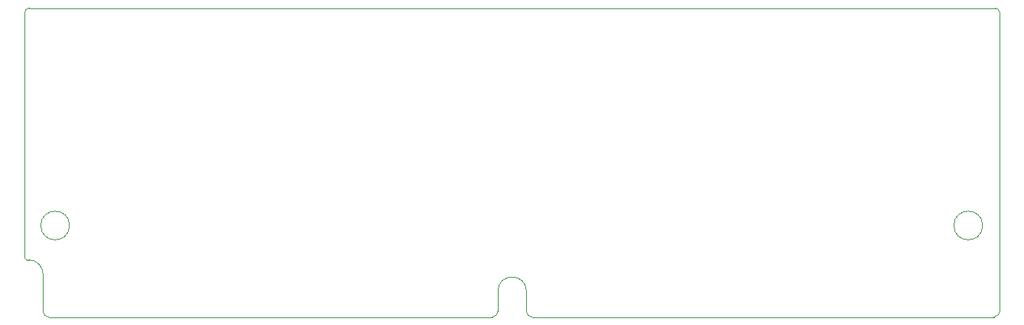
<source format=gm1>
G04 #@! TF.GenerationSoftware,KiCad,Pcbnew,7.0.9*
G04 #@! TF.CreationDate,2024-01-22T22:05:04+01:00*
G04 #@! TF.ProjectId,simm72,73696d6d-3732-42e6-9b69-6361645f7063,A*
G04 #@! TF.SameCoordinates,Original*
G04 #@! TF.FileFunction,Profile,NP*
%FSLAX46Y46*%
G04 Gerber Fmt 4.6, Leading zero omitted, Abs format (unit mm)*
G04 Created by KiCad (PCBNEW 7.0.9) date 2024-01-22 22:05:04*
%MOMM*%
%LPD*%
G01*
G04 APERTURE LIST*
G04 #@! TA.AperFunction,Profile*
%ADD10C,0.050000*%
G04 #@! TD*
G04 APERTURE END LIST*
D10*
X51533000Y-81155000D02*
G75*
G03*
X51025000Y-81663000I0J-508000D01*
G01*
X158975000Y-81663000D02*
G75*
G03*
X158467000Y-81155000I-508000J0D01*
G01*
X158975000Y-84177600D02*
X158975800Y-102745000D01*
X51025000Y-84177600D02*
X51025000Y-81663000D01*
X158975000Y-84177600D02*
X158975000Y-81663000D01*
X51025000Y-84177600D02*
X51025800Y-102745000D01*
X158467000Y-81155000D02*
X51533000Y-81155000D01*
X51025800Y-102745000D02*
X51025800Y-108841000D01*
X51279800Y-109095000D02*
X51485800Y-109099793D01*
X53055800Y-114810000D02*
X53055800Y-110665000D01*
X102791000Y-115445000D02*
X53690800Y-115445000D01*
X103426000Y-114810000D02*
X103426000Y-112574800D01*
X106575600Y-114810000D02*
X106575600Y-112574800D01*
X107210600Y-115445000D02*
X157705800Y-115445000D01*
X158340800Y-115445000D02*
X157705800Y-115445000D01*
X158975800Y-102745000D02*
X158975800Y-114175000D01*
X158975800Y-114810000D02*
X158975800Y-114175000D01*
X51025800Y-108841000D02*
G75*
G03*
X51279800Y-109095000I254000J0D01*
G01*
X53055800Y-110665000D02*
G75*
G03*
X51485800Y-109099793I-1570000J-4800D01*
G01*
X53055800Y-114810000D02*
G75*
G03*
X53690800Y-115445000I635000J0D01*
G01*
X106575600Y-112574800D02*
G75*
G03*
X103426000Y-112574800I-1574800J0D01*
G01*
X102791000Y-115445000D02*
G75*
G03*
X103426000Y-114810000I0J635000D01*
G01*
X106575600Y-114810000D02*
G75*
G03*
X107210600Y-115445000I635000J0D01*
G01*
X158340800Y-115445000D02*
G75*
G03*
X158975800Y-114810000I0J635000D01*
G01*
X55995324Y-105285000D02*
G75*
G03*
X55995324Y-105285000I-1589524J0D01*
G01*
X157086000Y-105285000D02*
G75*
G03*
X157086000Y-105285000I-1590000J0D01*
G01*
M02*

</source>
